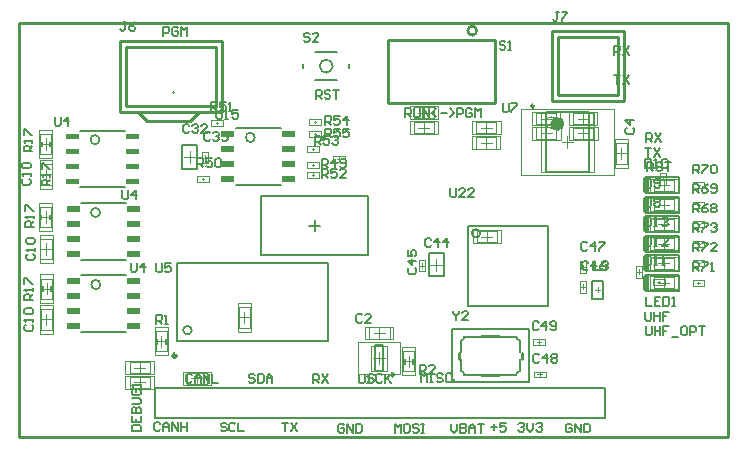
<source format=gto>
G04*
G04 #@! TF.GenerationSoftware,Altium Limited,Altium Designer,18.0.12 (696)*
G04*
G04 Layer_Color=65535*
%FSLAX44Y44*%
%MOMM*%
G71*
G01*
G75*
%ADD10C,0.0000*%
%ADD11C,0.1524*%
%ADD12C,0.2500*%
%ADD13C,0.6000*%
%ADD14C,0.2540*%
%ADD15C,0.2000*%
%ADD16C,0.3000*%
%ADD17C,0.2032*%
%ADD18C,0.5000*%
%ADD19C,0.1270*%
%ADD20C,0.1000*%
%ADD21C,0.0500*%
G36*
X233180Y253840D02*
X222198D01*
Y258759D01*
X233180D01*
Y253840D01*
D02*
G37*
G36*
X182180D02*
X171085D01*
Y258806D01*
X182180D01*
Y253840D01*
D02*
G37*
G36*
X101704Y251804D02*
X90722D01*
Y256723D01*
X101704D01*
Y251804D01*
D02*
G37*
G36*
X50704D02*
X39609D01*
Y256770D01*
X50704D01*
Y251804D01*
D02*
G37*
G36*
X233180Y241140D02*
X222216D01*
Y246056D01*
X233180D01*
Y241140D01*
D02*
G37*
G36*
X182180D02*
X171096D01*
Y246064D01*
X182180D01*
Y241140D01*
D02*
G37*
G36*
X101704Y239104D02*
X90740D01*
Y244020D01*
X101704D01*
Y239104D01*
D02*
G37*
G36*
X50704D02*
X39620D01*
Y244028D01*
X50704D01*
Y239104D01*
D02*
G37*
G36*
X233180Y228440D02*
X222227D01*
Y233331D01*
X233180D01*
Y228440D01*
D02*
G37*
G36*
X182180D02*
X171150D01*
Y233336D01*
X182180D01*
Y228440D01*
D02*
G37*
G36*
X101704Y226404D02*
X90751D01*
Y231295D01*
X101704D01*
Y226404D01*
D02*
G37*
G36*
X50704D02*
X39674D01*
Y231300D01*
X50704D01*
Y226404D01*
D02*
G37*
G36*
X233180Y215740D02*
X222219D01*
Y220607D01*
X233180D01*
Y215740D01*
D02*
G37*
G36*
X182180D02*
X171150D01*
Y220624D01*
X182180D01*
Y215740D01*
D02*
G37*
G36*
X101704Y213704D02*
X90743D01*
Y218571D01*
X101704D01*
Y213704D01*
D02*
G37*
G36*
X50704D02*
X39674D01*
Y218588D01*
X50704D01*
Y213704D01*
D02*
G37*
G36*
X102212Y190336D02*
X91230D01*
Y195255D01*
X102212D01*
Y190336D01*
D02*
G37*
G36*
X51212D02*
X40117D01*
Y195302D01*
X51212D01*
Y190336D01*
D02*
G37*
G36*
X102212Y177636D02*
X91248D01*
Y182552D01*
X102212D01*
Y177636D01*
D02*
G37*
G36*
X51212D02*
X40128D01*
Y182560D01*
X51212D01*
Y177636D01*
D02*
G37*
G36*
X102212Y164936D02*
X91259D01*
Y169827D01*
X102212D01*
Y164936D01*
D02*
G37*
G36*
X51212D02*
X40182D01*
Y169832D01*
X51212D01*
Y164936D01*
D02*
G37*
G36*
X102212Y152236D02*
X91251D01*
Y157103D01*
X102212D01*
Y152236D01*
D02*
G37*
G36*
X51212D02*
X40182D01*
Y157120D01*
X51212D01*
Y152236D01*
D02*
G37*
G36*
X102356Y129204D02*
X91374D01*
Y134123D01*
X102356D01*
Y129204D01*
D02*
G37*
G36*
X51356D02*
X40261D01*
Y134170D01*
X51356D01*
Y129204D01*
D02*
G37*
G36*
X102356Y116504D02*
X91392D01*
Y121420D01*
X102356D01*
Y116504D01*
D02*
G37*
G36*
X51356D02*
X40272D01*
Y121428D01*
X51356D01*
Y116504D01*
D02*
G37*
G36*
X102356Y103804D02*
X91403D01*
Y108695D01*
X102356D01*
Y103804D01*
D02*
G37*
G36*
X51356D02*
X40326D01*
Y108700D01*
X51356D01*
Y103804D01*
D02*
G37*
G36*
X102356Y91104D02*
X91395D01*
Y95971D01*
X102356D01*
Y91104D01*
D02*
G37*
G36*
X51356D02*
X40326D01*
Y95988D01*
X51356D01*
Y91104D01*
D02*
G37*
D10*
X369280Y48080D02*
G03*
X369280Y48080I-1000J0D01*
G01*
D11*
X199453Y253496D02*
G03*
X199453Y253496I-3877J0D01*
G01*
X390180Y172212D02*
G03*
X390180Y172212I-3592J0D01*
G01*
X68629Y128860D02*
G03*
X68629Y128860I-3877J0D01*
G01*
X68485Y189992D02*
G03*
X68485Y189992I-3877J0D01*
G01*
X67977Y251460D02*
G03*
X67977Y251460I-3877J0D01*
G01*
X448020Y110780D02*
Y178780D01*
X380020Y110780D02*
X448020D01*
X380020D02*
Y178780D01*
X448020D01*
D12*
X317046Y52548D02*
G03*
X317046Y52548I-1250J0D01*
G01*
X435852Y280004D02*
G03*
X435852Y280004I-1250J0D01*
G01*
D13*
X458601Y265004D02*
G03*
X458601Y265004I-3000J0D01*
G01*
D14*
X387321Y343916D02*
G03*
X387321Y343916I-3810J0D01*
G01*
X100382Y275136D02*
X108282Y267236D01*
X144282D01*
X372110Y66040D02*
Y71120D01*
X391160Y52070D02*
X406400D01*
X425450Y66040D02*
Y71120D01*
X391160Y85090D02*
X406400D01*
X171270Y275388D02*
Y335332D01*
X84910D02*
X171270D01*
X84910Y275388D02*
Y335332D01*
Y275388D02*
X171270D01*
X450850Y343916D02*
X511810D01*
Y283972D02*
Y343916D01*
X450850Y283972D02*
X511810D01*
X450850D02*
Y343916D01*
X312391Y282956D02*
X403069D01*
X312391Y336296D02*
X403069D01*
Y282956D02*
Y336296D01*
X312391Y282956D02*
Y336296D01*
X144282Y267236D02*
X152282Y275236D01*
X130000Y291900D02*
X130100D01*
X166190Y280468D02*
Y330252D01*
X89990D02*
X166190D01*
X89990Y280468D02*
Y330252D01*
Y280468D02*
X166190D01*
X455930Y338836D02*
X506730D01*
Y289052D02*
Y338836D01*
X455930Y289052D02*
X506730D01*
X455930D02*
Y338836D01*
X0Y0D02*
X600000D01*
X0D02*
Y350000D01*
X600000D01*
Y0D02*
Y350000D01*
D15*
X265342Y313810D02*
G03*
X265342Y313810I-5500J0D01*
G01*
X145963Y90318D02*
G03*
X145963Y90318I-3605J0D01*
G01*
X359310Y143796D02*
Y147796D01*
X346810Y143796D02*
Y147796D01*
X496300Y16150D02*
Y41550D01*
X115300Y16150D02*
Y41550D01*
X134350D01*
X496300D01*
X115300Y16150D02*
X496300D01*
X150522Y234728D02*
Y238728D01*
X138022Y234728D02*
Y238728D01*
X530410Y156750D02*
X558900D01*
Y170250D01*
X530410D02*
X558900D01*
X530410Y140240D02*
X558900D01*
Y153740D01*
X530410D02*
X558900D01*
X530410Y123730D02*
X558900D01*
Y137230D01*
X530410D02*
X558900D01*
X530410Y206280D02*
X558900D01*
Y219780D01*
X530410D02*
X558900D01*
X530410Y189620D02*
X558900D01*
Y203120D01*
X530410D02*
X558900D01*
X530410Y173260D02*
X558900D01*
Y186760D01*
X530410D02*
X558900D01*
X494557Y122460D02*
Y126460D01*
X484557Y122460D02*
Y126460D01*
X326192Y62008D02*
Y66008D01*
X333192Y62008D02*
Y66008D01*
X301546Y55548D02*
X307546D01*
X301546Y77548D02*
X307546D01*
Y55548D02*
Y77548D01*
X301546Y55548D02*
Y77548D01*
X123896Y78867D02*
Y82867D01*
X116896Y78867D02*
Y82867D01*
X445602Y224004D02*
Y275004D01*
X482602Y224004D02*
Y275004D01*
X445602D02*
X482602D01*
X445602Y224004D02*
X482602D01*
X240592Y312310D02*
Y315560D01*
X250342Y302310D02*
X269342D01*
X279092Y312310D02*
Y315560D01*
X250342Y325560D02*
X269342D01*
X25903Y245996D02*
Y249996D01*
X18903Y245996D02*
Y249996D01*
X133358Y81068D02*
Y147568D01*
X261358D01*
Y81068D02*
Y147568D01*
X133358Y81068D02*
X261358D01*
X18698Y184129D02*
Y188129D01*
X25698Y184129D02*
Y188129D01*
X19659Y123476D02*
Y127476D01*
X26659Y123476D02*
Y127476D01*
X121888Y339566D02*
Y347064D01*
X125637D01*
X126886Y345814D01*
Y343315D01*
X125637Y342065D01*
X121888D01*
X134384Y345814D02*
X133134Y347064D01*
X130635D01*
X129386Y345814D01*
Y340816D01*
X130635Y339566D01*
X133134D01*
X134384Y340816D01*
Y343315D01*
X131885D01*
X136883Y339566D02*
Y347064D01*
X139382Y344564D01*
X141882Y347064D01*
Y339566D01*
X399510Y7937D02*
X404508D01*
X402009Y10436D02*
Y5438D01*
X412006Y11686D02*
X407008D01*
Y7937D01*
X409507Y9187D01*
X410756D01*
X412006Y7937D01*
Y5438D01*
X410756Y4188D01*
X408257D01*
X407008Y5438D01*
X503898Y306170D02*
X508896D01*
X506397D01*
Y298672D01*
X511396Y306170D02*
X516394Y298672D01*
Y306170D02*
X511396Y298672D01*
X326794Y270504D02*
Y278002D01*
X330543D01*
X331792Y276752D01*
Y274253D01*
X330543Y273003D01*
X326794D01*
X329293D02*
X331792Y270504D01*
X334292Y278002D02*
Y271754D01*
X335541Y270504D01*
X338040D01*
X339290Y271754D01*
Y278002D01*
X341789Y270504D02*
Y278002D01*
X346788Y270504D01*
Y278002D01*
X353036Y270504D02*
X349287Y274253D01*
X353036Y278002D01*
X356784Y274253D02*
X361783D01*
X364282Y270504D02*
X368031Y274253D01*
X364282Y278002D01*
X370530Y270504D02*
Y278002D01*
X374279D01*
X375528Y276752D01*
Y274253D01*
X374279Y273003D01*
X370530D01*
X383026Y276752D02*
X381776Y278002D01*
X379277D01*
X378028Y276752D01*
Y271754D01*
X379277Y270504D01*
X381776D01*
X383026Y271754D01*
Y274253D01*
X380527D01*
X385525Y270504D02*
Y278002D01*
X388024Y275502D01*
X390524Y278002D01*
Y270504D01*
X503888Y323466D02*
Y330964D01*
X507637D01*
X508886Y329714D01*
Y327215D01*
X507637Y325965D01*
X503888D01*
X506387D02*
X508886Y323466D01*
X511386Y330964D02*
X516384Y323466D01*
Y330964D02*
X511386Y323466D01*
X250920Y286280D02*
Y293778D01*
X254669D01*
X255918Y292528D01*
Y290029D01*
X254669Y288779D01*
X250920D01*
X253419D02*
X255918Y286280D01*
X263416Y292528D02*
X262166Y293778D01*
X259667D01*
X258418Y292528D01*
Y291278D01*
X259667Y290029D01*
X262166D01*
X263416Y288779D01*
Y287530D01*
X262166Y286280D01*
X259667D01*
X258418Y287530D01*
X265915Y293778D02*
X270914D01*
X268414D01*
Y286280D01*
X11176Y241566D02*
X3678D01*
Y245315D01*
X4928Y246564D01*
X7427D01*
X8677Y245315D01*
Y241566D01*
Y244065D02*
X11176Y246564D01*
Y249064D02*
Y251563D01*
Y250313D01*
X3678D01*
X4928Y249064D01*
X3678Y255312D02*
Y260310D01*
X4928D01*
X9926Y255312D01*
X11176D01*
X299892Y51997D02*
X298643Y53247D01*
X296144D01*
X294894Y51997D01*
Y50748D01*
X296144Y49498D01*
X298643D01*
X299892Y48249D01*
Y46999D01*
X298643Y45750D01*
X296144D01*
X294894Y46999D01*
X307390Y51997D02*
X306140Y53247D01*
X303641D01*
X302392Y51997D01*
Y46999D01*
X303641Y45750D01*
X306140D01*
X307390Y46999D01*
X309889Y53247D02*
Y45750D01*
Y48249D01*
X314888Y53247D01*
X311139Y49498D01*
X314888Y45750D01*
X119333Y11217D02*
X118083Y12466D01*
X115584D01*
X114334Y11217D01*
Y6218D01*
X115584Y4969D01*
X118083D01*
X119333Y6218D01*
X121832Y4969D02*
Y9967D01*
X124331Y12466D01*
X126830Y9967D01*
Y4969D01*
Y8717D01*
X121832D01*
X129329Y4969D02*
Y12466D01*
X134328Y4969D01*
Y12466D01*
X136827D02*
Y4969D01*
Y8717D01*
X141825D01*
Y12466D01*
Y4969D01*
X145968Y52002D02*
X144719Y53251D01*
X142220D01*
X140970Y52002D01*
Y47003D01*
X142220Y45754D01*
X144719D01*
X145968Y47003D01*
X148468Y45754D02*
Y50752D01*
X150967Y53251D01*
X153466Y50752D01*
Y45754D01*
Y49503D01*
X148468D01*
X155965Y45754D02*
Y53251D01*
X160964Y45754D01*
Y53251D01*
X163463D02*
Y45754D01*
X168461D01*
X222758Y12078D02*
X227756D01*
X225257D01*
Y4580D01*
X230256Y12078D02*
X235254Y4580D01*
Y12078D02*
X230256Y4580D01*
X199308Y52004D02*
X198059Y53253D01*
X195560D01*
X194310Y52004D01*
Y50754D01*
X195560Y49505D01*
X198059D01*
X199308Y48255D01*
Y47006D01*
X198059Y45756D01*
X195560D01*
X194310Y47006D01*
X201808Y53253D02*
Y45756D01*
X205556D01*
X206806Y47006D01*
Y52004D01*
X205556Y53253D01*
X201808D01*
X209305Y45756D02*
Y50754D01*
X211804Y53253D01*
X214304Y50754D01*
Y45756D01*
Y49505D01*
X209305D01*
X422656Y10509D02*
X423906Y11759D01*
X426405D01*
X427654Y10509D01*
Y9259D01*
X426405Y8010D01*
X425155D01*
X426405D01*
X427654Y6760D01*
Y5511D01*
X426405Y4261D01*
X423906D01*
X422656Y5511D01*
X430154Y11759D02*
Y6760D01*
X432653Y4261D01*
X435152Y6760D01*
Y11759D01*
X437651Y10509D02*
X438901Y11759D01*
X441400D01*
X442650Y10509D01*
Y9259D01*
X441400Y8010D01*
X440150D01*
X441400D01*
X442650Y6760D01*
Y5511D01*
X441400Y4261D01*
X438901D01*
X437651Y5511D01*
X175432Y10856D02*
X174183Y12106D01*
X171684D01*
X170434Y10856D01*
Y9607D01*
X171684Y8357D01*
X174183D01*
X175432Y7107D01*
Y5858D01*
X174183Y4608D01*
X171684D01*
X170434Y5858D01*
X182930Y10856D02*
X181680Y12106D01*
X179181D01*
X177932Y10856D01*
Y5858D01*
X179181Y4608D01*
X181680D01*
X182930Y5858D01*
X185429Y12106D02*
Y4608D01*
X190428D01*
X248666Y45502D02*
Y52999D01*
X252415D01*
X253664Y51750D01*
Y49251D01*
X252415Y48001D01*
X248666D01*
X251165D02*
X253664Y45502D01*
X256164Y52999D02*
X261162Y45502D01*
Y52999D02*
X256164Y45502D01*
X318008Y3545D02*
Y11042D01*
X320507Y8543D01*
X323006Y11042D01*
Y3545D01*
X329254Y11042D02*
X326755D01*
X325506Y9793D01*
Y4795D01*
X326755Y3545D01*
X329254D01*
X330504Y4795D01*
Y9793D01*
X329254Y11042D01*
X338002Y9793D02*
X336752Y11042D01*
X334253D01*
X333003Y9793D01*
Y8543D01*
X334253Y7294D01*
X336752D01*
X338002Y6044D01*
Y4795D01*
X336752Y3545D01*
X334253D01*
X333003Y4795D01*
X340501Y11042D02*
X343000D01*
X341750D01*
Y3545D01*
X340501D01*
X343000D01*
X339852Y46231D02*
Y53729D01*
X342351Y51230D01*
X344850Y53729D01*
Y46231D01*
X347350Y53729D02*
X349849D01*
X348599D01*
Y46231D01*
X347350D01*
X349849D01*
X358596Y52479D02*
X357346Y53729D01*
X354847D01*
X353598Y52479D01*
Y51230D01*
X354847Y49980D01*
X357346D01*
X358596Y48731D01*
Y47481D01*
X357346Y46231D01*
X354847D01*
X353598Y47481D01*
X364844Y53729D02*
X362345D01*
X361095Y52479D01*
Y47481D01*
X362345Y46231D01*
X364844D01*
X366094Y47481D01*
Y52479D01*
X364844Y53729D01*
X275000Y9840D02*
X273751Y11089D01*
X271252D01*
X270002Y9840D01*
Y4841D01*
X271252Y3592D01*
X273751D01*
X275000Y4841D01*
Y7340D01*
X272501D01*
X277500Y3592D02*
Y11089D01*
X282498Y3592D01*
Y11089D01*
X284997D02*
Y3592D01*
X288746D01*
X289996Y4841D01*
Y9840D01*
X288746Y11089D01*
X284997D01*
X365760Y10956D02*
Y5957D01*
X368259Y3458D01*
X370758Y5957D01*
Y10956D01*
X373258D02*
Y3458D01*
X377006D01*
X378256Y4708D01*
Y5957D01*
X377006Y7207D01*
X373258D01*
X377006D01*
X378256Y8457D01*
Y9706D01*
X377006Y10956D01*
X373258D01*
X380755Y3458D02*
Y8457D01*
X383254Y10956D01*
X385754Y8457D01*
Y3458D01*
Y7207D01*
X380755D01*
X388253Y10956D02*
X393251D01*
X390752D01*
Y3458D01*
X467786Y10002D02*
X466537Y11252D01*
X464038D01*
X462788Y10002D01*
Y5004D01*
X464038Y3755D01*
X466537D01*
X467786Y5004D01*
Y7503D01*
X465287D01*
X470286Y3755D02*
Y11252D01*
X475284Y3755D01*
Y11252D01*
X477783D02*
Y3755D01*
X481532D01*
X482782Y5004D01*
Y10002D01*
X481532Y11252D01*
X477783D01*
X530098Y105796D02*
Y99548D01*
X531348Y98298D01*
X533847D01*
X535096Y99548D01*
Y105796D01*
X537596D02*
Y98298D01*
Y102047D01*
X542594D01*
Y105796D01*
Y98298D01*
X550092Y105796D02*
X545093D01*
Y102047D01*
X547592D01*
X545093D01*
Y98298D01*
X530352Y93604D02*
Y87356D01*
X531602Y86106D01*
X534101D01*
X535350Y87356D01*
Y93604D01*
X537850D02*
Y86106D01*
Y89855D01*
X542848D01*
Y93604D01*
Y86106D01*
X550346Y93604D02*
X545347D01*
Y89855D01*
X547846D01*
X545347D01*
Y86106D01*
X552845Y84856D02*
X557843D01*
X564091Y93604D02*
X561592D01*
X560342Y92354D01*
Y87356D01*
X561592Y86106D01*
X564091D01*
X565341Y87356D01*
Y92354D01*
X564091Y93604D01*
X567840Y86106D02*
Y93604D01*
X571589D01*
X572838Y92354D01*
Y89855D01*
X571589Y88605D01*
X567840D01*
X575338Y93604D02*
X580336D01*
X577837D01*
Y86106D01*
X530352Y118496D02*
Y110998D01*
X535350D01*
X542848Y118496D02*
X537850D01*
Y110998D01*
X542848D01*
X537850Y114747D02*
X540349D01*
X545347Y118496D02*
Y110998D01*
X549096D01*
X550346Y112248D01*
Y117246D01*
X549096Y118496D01*
X545347D01*
X552845Y110998D02*
X555344D01*
X554094D01*
Y118496D01*
X552845Y117246D01*
X530840Y249428D02*
Y256926D01*
X534589D01*
X535838Y255676D01*
Y253177D01*
X534589Y251927D01*
X530840D01*
X533339D02*
X535838Y249428D01*
X538338Y256926D02*
X543336Y249428D01*
Y256926D02*
X538338Y249428D01*
X530098Y244480D02*
X535096D01*
X532597D01*
Y236982D01*
X537596Y244480D02*
X542594Y236982D01*
Y244480D02*
X537596Y236982D01*
X531622Y224790D02*
Y232288D01*
X535371D01*
X536620Y231038D01*
Y228539D01*
X535371Y227289D01*
X531622D01*
X534121D02*
X536620Y224790D01*
X544118Y231038D02*
X542868Y232288D01*
X540369D01*
X539120Y231038D01*
Y229788D01*
X540369Y228539D01*
X542868D01*
X544118Y227289D01*
Y226040D01*
X542868Y224790D01*
X540369D01*
X539120Y226040D01*
X546617Y232288D02*
X551616D01*
X549116D01*
Y224790D01*
X95420Y5080D02*
X102918D01*
Y8829D01*
X101668Y10078D01*
X96670D01*
X95420Y8829D01*
Y5080D01*
Y17576D02*
Y12578D01*
X102918D01*
Y17576D01*
X99169Y12578D02*
Y15077D01*
X95420Y20075D02*
X102918D01*
Y23824D01*
X101668Y25074D01*
X100419D01*
X99169Y23824D01*
Y20075D01*
Y23824D01*
X97920Y25074D01*
X96670D01*
X95420Y23824D01*
Y20075D01*
Y27573D02*
X101668D01*
X102918Y28822D01*
Y31322D01*
X101668Y32571D01*
X95420D01*
X96670Y40069D02*
X95420Y38819D01*
Y36320D01*
X96670Y35070D01*
X101668D01*
X102918Y36320D01*
Y38819D01*
X101668Y40069D01*
X99169D01*
Y37570D01*
X102918Y42568D02*
Y45067D01*
Y43818D01*
X95420D01*
X96670Y42568D01*
X367538Y106304D02*
Y105054D01*
X370037Y102555D01*
X372536Y105054D01*
Y106304D01*
X370037Y102555D02*
Y98806D01*
X380034D02*
X375036D01*
X380034Y103804D01*
Y105054D01*
X378784Y106304D01*
X376285D01*
X375036Y105054D01*
X364998Y210444D02*
Y204196D01*
X366248Y202946D01*
X368747D01*
X369996Y204196D01*
Y210444D01*
X377494Y202946D02*
X372496D01*
X377494Y207944D01*
Y209194D01*
X376244Y210444D01*
X373745D01*
X372496Y209194D01*
X384992Y202946D02*
X379993D01*
X384992Y207944D01*
Y209194D01*
X383742Y210444D01*
X381243D01*
X379993Y209194D01*
X166624Y276738D02*
Y270490D01*
X167874Y269240D01*
X170373D01*
X171622Y270490D01*
Y276738D01*
X174122Y269240D02*
X176621D01*
X175371D01*
Y276738D01*
X174122Y275488D01*
X185368Y276738D02*
X180370D01*
Y272989D01*
X182869Y274238D01*
X184118D01*
X185368Y272989D01*
Y270490D01*
X184118Y269240D01*
X181619D01*
X180370Y270490D01*
X570484Y173482D02*
Y180980D01*
X574233D01*
X575482Y179730D01*
Y177231D01*
X574233Y175981D01*
X570484D01*
X572983D02*
X575482Y173482D01*
X577982Y180980D02*
X582980D01*
Y179730D01*
X577982Y174732D01*
Y173482D01*
X585479Y179730D02*
X586729Y180980D01*
X589228D01*
X590478Y179730D01*
Y178480D01*
X589228Y177231D01*
X587978D01*
X589228D01*
X590478Y175981D01*
Y174732D01*
X589228Y173482D01*
X586729D01*
X585479Y174732D01*
X570484Y156972D02*
Y164470D01*
X574233D01*
X575482Y163220D01*
Y160721D01*
X574233Y159471D01*
X570484D01*
X572983D02*
X575482Y156972D01*
X577982Y164470D02*
X582980D01*
Y163220D01*
X577982Y158222D01*
Y156972D01*
X590478D02*
X585479D01*
X590478Y161970D01*
Y163220D01*
X589228Y164470D01*
X586729D01*
X585479Y163220D01*
X570484Y140462D02*
Y147960D01*
X574233D01*
X575482Y146710D01*
Y144211D01*
X574233Y142961D01*
X570484D01*
X572983D02*
X575482Y140462D01*
X577982Y147960D02*
X582980D01*
Y146710D01*
X577982Y141712D01*
Y140462D01*
X585479D02*
X587978D01*
X586729D01*
Y147960D01*
X585479Y146710D01*
X570484Y223012D02*
Y230510D01*
X574233D01*
X575482Y229260D01*
Y226761D01*
X574233Y225511D01*
X570484D01*
X572983D02*
X575482Y223012D01*
X577982Y230510D02*
X582980D01*
Y229260D01*
X577982Y224262D01*
Y223012D01*
X585479Y229260D02*
X586729Y230510D01*
X589228D01*
X590478Y229260D01*
Y224262D01*
X589228Y223012D01*
X586729D01*
X585479Y224262D01*
Y229260D01*
X570484Y206502D02*
Y214000D01*
X574233D01*
X575482Y212750D01*
Y210251D01*
X574233Y209001D01*
X570484D01*
X572983D02*
X575482Y206502D01*
X582980Y214000D02*
X580481Y212750D01*
X577982Y210251D01*
Y207752D01*
X579231Y206502D01*
X581730D01*
X582980Y207752D01*
Y209001D01*
X581730Y210251D01*
X577982D01*
X585479Y207752D02*
X586729Y206502D01*
X589228D01*
X590478Y207752D01*
Y212750D01*
X589228Y214000D01*
X586729D01*
X585479Y212750D01*
Y211500D01*
X586729Y210251D01*
X590478D01*
X570484Y189992D02*
Y197490D01*
X574233D01*
X575482Y196240D01*
Y193741D01*
X574233Y192491D01*
X570484D01*
X572983D02*
X575482Y189992D01*
X582980Y197490D02*
X580481Y196240D01*
X577982Y193741D01*
Y191242D01*
X579231Y189992D01*
X581730D01*
X582980Y191242D01*
Y192491D01*
X581730Y193741D01*
X577982D01*
X585479Y196240D02*
X586729Y197490D01*
X589228D01*
X590478Y196240D01*
Y194990D01*
X589228Y193741D01*
X590478Y192491D01*
Y191242D01*
X589228Y189992D01*
X586729D01*
X585479Y191242D01*
Y192491D01*
X586729Y193741D01*
X585479Y194990D01*
Y196240D01*
X586729Y193741D02*
X589228D01*
X258940Y253496D02*
Y260994D01*
X262689D01*
X263938Y259744D01*
Y257245D01*
X262689Y255995D01*
X258940D01*
X261439D02*
X263938Y253496D01*
X271436Y260994D02*
X266437D01*
Y257245D01*
X268937Y258494D01*
X270186D01*
X271436Y257245D01*
Y254746D01*
X270186Y253496D01*
X267687D01*
X266437Y254746D01*
X278934Y260994D02*
X273935D01*
Y257245D01*
X276434Y258494D01*
X277684D01*
X278934Y257245D01*
Y254746D01*
X277684Y253496D01*
X275185D01*
X273935Y254746D01*
X258940Y264160D02*
Y271658D01*
X262689D01*
X263938Y270408D01*
Y267909D01*
X262689Y266659D01*
X258940D01*
X261439D02*
X263938Y264160D01*
X271436Y271658D02*
X266437D01*
Y267909D01*
X268937Y269158D01*
X270186D01*
X271436Y267909D01*
Y265410D01*
X270186Y264160D01*
X267687D01*
X266437Y265410D01*
X277684Y264160D02*
Y271658D01*
X273935Y267909D01*
X278934D01*
X250056Y247396D02*
Y254894D01*
X253805D01*
X255054Y253644D01*
Y251145D01*
X253805Y249895D01*
X250056D01*
X252555D02*
X255054Y247396D01*
X262552Y254894D02*
X257554D01*
Y251145D01*
X260053Y252394D01*
X261302D01*
X262552Y251145D01*
Y248646D01*
X261302Y247396D01*
X258803D01*
X257554Y248646D01*
X265051Y253644D02*
X266301Y254894D01*
X268800D01*
X270050Y253644D01*
Y252394D01*
X268800Y251145D01*
X267550D01*
X268800D01*
X270050Y249895D01*
Y248646D01*
X268800Y247396D01*
X266301D01*
X265051Y248646D01*
X256286Y219456D02*
Y226954D01*
X260035D01*
X261284Y225704D01*
Y223205D01*
X260035Y221955D01*
X256286D01*
X258785D02*
X261284Y219456D01*
X268782Y226954D02*
X263784D01*
Y223205D01*
X266283Y224454D01*
X267532D01*
X268782Y223205D01*
Y220706D01*
X267532Y219456D01*
X265033D01*
X263784Y220706D01*
X276280Y219456D02*
X271281D01*
X276280Y224454D01*
Y225704D01*
X275030Y226954D01*
X272531D01*
X271281Y225704D01*
X162560Y275590D02*
Y283088D01*
X166309D01*
X167558Y281838D01*
Y279339D01*
X166309Y278089D01*
X162560D01*
X165059D02*
X167558Y275590D01*
X175056Y283088D02*
X170058D01*
Y279339D01*
X172557Y280588D01*
X173806D01*
X175056Y279339D01*
Y276840D01*
X173806Y275590D01*
X171307D01*
X170058Y276840D01*
X177555Y275590D02*
X180054D01*
X178805D01*
Y283088D01*
X177555Y281838D01*
X150876Y228346D02*
Y235844D01*
X154625D01*
X155874Y234594D01*
Y232095D01*
X154625Y230845D01*
X150876D01*
X153375D02*
X155874Y228346D01*
X163372Y235844D02*
X158374D01*
Y232095D01*
X160873Y233344D01*
X162122D01*
X163372Y232095D01*
Y229596D01*
X162122Y228346D01*
X159623D01*
X158374Y229596D01*
X165871Y234594D02*
X167121Y235844D01*
X169620D01*
X170870Y234594D01*
Y229596D01*
X169620Y228346D01*
X167121D01*
X165871Y229596D01*
Y234594D01*
X256286Y227838D02*
Y235336D01*
X260035D01*
X261284Y234086D01*
Y231587D01*
X260035Y230337D01*
X256286D01*
X258785D02*
X261284Y227838D01*
X267532D02*
Y235336D01*
X263784Y231587D01*
X268782D01*
X271281Y229088D02*
X272531Y227838D01*
X275030D01*
X276280Y229088D01*
Y234086D01*
X275030Y235336D01*
X272531D01*
X271281Y234086D01*
Y232836D01*
X272531Y231587D01*
X276280D01*
X485648Y148976D02*
Y141478D01*
X490646D01*
X493146Y147726D02*
X494395Y148976D01*
X496894D01*
X498144Y147726D01*
Y146476D01*
X496894Y145227D01*
X495645D01*
X496894D01*
X498144Y143977D01*
Y142728D01*
X496894Y141478D01*
X494395D01*
X493146Y142728D01*
X456610Y359796D02*
X454111D01*
X455361D01*
Y353548D01*
X454111Y352298D01*
X452862D01*
X451612Y353548D01*
X459110Y359796D02*
X464108D01*
Y358546D01*
X459110Y353548D01*
Y352298D01*
X90596Y351160D02*
X88097D01*
X89347D01*
Y344912D01*
X88097Y343662D01*
X86848D01*
X85598Y344912D01*
X98094Y351160D02*
X95595Y349910D01*
X93096Y347411D01*
Y344912D01*
X94345Y343662D01*
X96844D01*
X98094Y344912D01*
Y346161D01*
X96844Y347411D01*
X93096D01*
X530098Y185806D02*
Y178308D01*
X533847D01*
X535096Y179558D01*
Y184556D01*
X533847Y185806D01*
X530098D01*
X537596Y178308D02*
X540095D01*
X538845D01*
Y185806D01*
X537596Y184556D01*
X543844D02*
X545093Y185806D01*
X547592D01*
X548842Y184556D01*
Y183306D01*
X547592Y182057D01*
X546343D01*
X547592D01*
X548842Y180807D01*
Y179558D01*
X547592Y178308D01*
X545093D01*
X543844Y179558D01*
X530098Y169296D02*
Y161798D01*
X533847D01*
X535096Y163048D01*
Y168046D01*
X533847Y169296D01*
X530098D01*
X537596Y161798D02*
X540095D01*
X538845D01*
Y169296D01*
X537596Y168046D01*
X548842Y161798D02*
X543844D01*
X548842Y166796D01*
Y168046D01*
X547592Y169296D01*
X545093D01*
X543844Y168046D01*
X530098Y152786D02*
Y145288D01*
X533847D01*
X535096Y146538D01*
Y151536D01*
X533847Y152786D01*
X530098D01*
X537596Y145288D02*
X540095D01*
X538845D01*
Y152786D01*
X537596Y151536D01*
X543844Y145288D02*
X546343D01*
X545093D01*
Y152786D01*
X543844Y151536D01*
X530098Y235336D02*
Y227838D01*
X533847D01*
X535096Y229088D01*
Y234086D01*
X533847Y235336D01*
X530098D01*
X537596Y227838D02*
X540095D01*
X538845D01*
Y235336D01*
X537596Y234086D01*
X543844D02*
X545093Y235336D01*
X547592D01*
X548842Y234086D01*
Y229088D01*
X547592Y227838D01*
X545093D01*
X543844Y229088D01*
Y234086D01*
X530098Y218572D02*
Y211074D01*
X533847D01*
X535096Y212324D01*
Y217322D01*
X533847Y218572D01*
X530098D01*
X537596Y212324D02*
X538845Y211074D01*
X541344D01*
X542594Y212324D01*
Y217322D01*
X541344Y218572D01*
X538845D01*
X537596Y217322D01*
Y216072D01*
X538845Y214823D01*
X542594D01*
X530098Y202316D02*
Y194818D01*
X533847D01*
X535096Y196068D01*
Y201066D01*
X533847Y202316D01*
X530098D01*
X537596Y201066D02*
X538845Y202316D01*
X541344D01*
X542594Y201066D01*
Y199816D01*
X541344Y198567D01*
X542594Y197317D01*
Y196068D01*
X541344Y194818D01*
X538845D01*
X537596Y196068D01*
Y197317D01*
X538845Y198567D01*
X537596Y199816D01*
Y201066D01*
X538845Y198567D02*
X541344D01*
X439592Y96418D02*
X438343Y97668D01*
X435844D01*
X434594Y96418D01*
Y91420D01*
X435844Y90170D01*
X438343D01*
X439592Y91420D01*
X445840Y90170D02*
Y97668D01*
X442092Y93919D01*
X447090D01*
X449589Y91420D02*
X450839Y90170D01*
X453338D01*
X454588Y91420D01*
Y96418D01*
X453338Y97668D01*
X450839D01*
X449589Y96418D01*
Y95168D01*
X450839Y93919D01*
X454588D01*
X440354Y68986D02*
X439105Y70236D01*
X436606D01*
X435356Y68986D01*
Y63988D01*
X436606Y62738D01*
X439105D01*
X440354Y63988D01*
X446602Y62738D02*
Y70236D01*
X442854Y66487D01*
X447852D01*
X450351Y68986D02*
X451601Y70236D01*
X454100D01*
X455350Y68986D01*
Y67736D01*
X454100Y66487D01*
X455350Y65237D01*
Y63988D01*
X454100Y62738D01*
X451601D01*
X450351Y63988D01*
Y65237D01*
X451601Y66487D01*
X450351Y67736D01*
Y68986D01*
X451601Y66487D02*
X454100D01*
X480994Y163982D02*
X479745Y165232D01*
X477246D01*
X475996Y163982D01*
Y158984D01*
X477246Y157734D01*
X479745D01*
X480994Y158984D01*
X487242Y157734D02*
Y165232D01*
X483494Y161483D01*
X488492D01*
X490991Y165232D02*
X495990D01*
Y163982D01*
X490991Y158984D01*
Y157734D01*
X481502Y147472D02*
X480253Y148722D01*
X477754D01*
X476504Y147472D01*
Y142474D01*
X477754Y141224D01*
X480253D01*
X481502Y142474D01*
X487750Y141224D02*
Y148722D01*
X484002Y144973D01*
X489000D01*
X496498Y148722D02*
X493998Y147472D01*
X491499Y144973D01*
Y142474D01*
X492749Y141224D01*
X495248D01*
X496498Y142474D01*
Y143723D01*
X495248Y144973D01*
X491499D01*
X330048Y142920D02*
X328798Y141671D01*
Y139172D01*
X330048Y137922D01*
X335046D01*
X336296Y139172D01*
Y141671D01*
X335046Y142920D01*
X336296Y149168D02*
X328798D01*
X332547Y145420D01*
Y150418D01*
X328798Y157916D02*
Y152917D01*
X332547D01*
X331298Y155416D01*
Y156666D01*
X332547Y157916D01*
X335046D01*
X336296Y156666D01*
Y154167D01*
X335046Y152917D01*
X348660Y167030D02*
X347411Y168280D01*
X344912D01*
X343662Y167030D01*
Y162032D01*
X344912Y160782D01*
X347411D01*
X348660Y162032D01*
X354908Y160782D02*
Y168280D01*
X351160Y164531D01*
X356158D01*
X362406Y160782D02*
Y168280D01*
X358657Y164531D01*
X363656D01*
X161462Y256946D02*
X160213Y258196D01*
X157714D01*
X156464Y256946D01*
Y251948D01*
X157714Y250698D01*
X160213D01*
X161462Y251948D01*
X163962Y256946D02*
X165211Y258196D01*
X167710D01*
X168960Y256946D01*
Y255696D01*
X167710Y254447D01*
X166461D01*
X167710D01*
X168960Y253197D01*
Y251948D01*
X167710Y250698D01*
X165211D01*
X163962Y251948D01*
X171459Y256946D02*
X172709Y258196D01*
X175208D01*
X176458Y256946D01*
Y255696D01*
X175208Y254447D01*
X173958D01*
X175208D01*
X176458Y253197D01*
Y251948D01*
X175208Y250698D01*
X172709D01*
X171459Y251948D01*
X143936Y263550D02*
X142687Y264800D01*
X140188D01*
X138938Y263550D01*
Y258552D01*
X140188Y257302D01*
X142687D01*
X143936Y258552D01*
X146436Y263550D02*
X147685Y264800D01*
X150184D01*
X151434Y263550D01*
Y262300D01*
X150184Y261051D01*
X148935D01*
X150184D01*
X151434Y259801D01*
Y258552D01*
X150184Y257302D01*
X147685D01*
X146436Y258552D01*
X158932Y257302D02*
X153933D01*
X158932Y262300D01*
Y263550D01*
X157682Y264800D01*
X155183D01*
X153933Y263550D01*
X514452Y261630D02*
X513202Y260381D01*
Y257882D01*
X514452Y256632D01*
X519450D01*
X520700Y257882D01*
Y260381D01*
X519450Y261630D01*
X520700Y267878D02*
X513202D01*
X516951Y264130D01*
Y269128D01*
X94488Y147198D02*
Y140950D01*
X95738Y139700D01*
X98237D01*
X99486Y140950D01*
Y147198D01*
X105734Y139700D02*
Y147198D01*
X101986Y143449D01*
X106984D01*
X3404Y218444D02*
X2154Y217195D01*
Y214696D01*
X3404Y213446D01*
X8402D01*
X9652Y214696D01*
Y217195D01*
X8402Y218444D01*
X9652Y220944D02*
Y223443D01*
Y222193D01*
X2154D01*
X3404Y220944D01*
Y227192D02*
X2154Y228441D01*
Y230940D01*
X3404Y232190D01*
X8402D01*
X9652Y230940D01*
Y228441D01*
X8402Y227192D01*
X3404D01*
X411624Y334075D02*
X410374Y335324D01*
X407875D01*
X406625Y334075D01*
Y332825D01*
X407875Y331575D01*
X410374D01*
X411624Y330326D01*
Y329076D01*
X410374Y327826D01*
X407875D01*
X406625Y329076D01*
X414123Y327826D02*
X416622D01*
X415373D01*
Y335324D01*
X414123Y334075D01*
X287274Y52710D02*
Y46462D01*
X288524Y45212D01*
X291023D01*
X292272Y46462D01*
Y52710D01*
X294772Y45212D02*
X297271D01*
X296021D01*
Y52710D01*
X294772Y51460D01*
X339090Y53340D02*
Y60838D01*
X342839D01*
X344088Y59588D01*
Y57089D01*
X342839Y55839D01*
X339090D01*
X341589D02*
X344088Y53340D01*
X351586D02*
X346588D01*
X351586Y58338D01*
Y59588D01*
X350336Y60838D01*
X347837D01*
X346588Y59588D01*
X115824Y95758D02*
Y103256D01*
X119573D01*
X120822Y102006D01*
Y99507D01*
X119573Y98257D01*
X115824D01*
X118323D02*
X120822Y95758D01*
X123322D02*
X125821D01*
X124571D01*
Y103256D01*
X123322Y102006D01*
X290240Y103022D02*
X288991Y104272D01*
X286492D01*
X285242Y103022D01*
Y98024D01*
X286492Y96774D01*
X288991D01*
X290240Y98024D01*
X297738Y96774D02*
X292740D01*
X297738Y101772D01*
Y103022D01*
X296488Y104272D01*
X293989D01*
X292740Y103022D01*
X26361Y212848D02*
X18864D01*
Y216597D01*
X20113Y217846D01*
X22612D01*
X23862Y216597D01*
Y212848D01*
Y215347D02*
X26361Y217846D01*
Y220346D02*
Y222845D01*
Y221595D01*
X18864D01*
X20113Y220346D01*
X18864Y226594D02*
Y231592D01*
X20113D01*
X25112Y226594D01*
X26361D01*
X115824Y146962D02*
Y140714D01*
X117074Y139464D01*
X119573D01*
X120822Y140714D01*
Y146962D01*
X128320D02*
X123322D01*
Y143213D01*
X125821Y144462D01*
X127070D01*
X128320Y143213D01*
Y140714D01*
X127070Y139464D01*
X124571D01*
X123322Y140714D01*
X409194Y282492D02*
Y276244D01*
X410444Y274994D01*
X412943D01*
X414192Y276244D01*
Y282492D01*
X416692D02*
X421690D01*
Y281242D01*
X416692Y276244D01*
Y274994D01*
X87300Y208742D02*
Y202494D01*
X88550Y201244D01*
X91049D01*
X92298Y202494D01*
Y208742D01*
X98546Y201244D02*
Y208742D01*
X94798Y204993D01*
X99796D01*
X29972Y270896D02*
Y264648D01*
X31222Y263398D01*
X33721D01*
X34970Y264648D01*
Y270896D01*
X41218Y263398D02*
Y270896D01*
X37470Y267147D01*
X42468D01*
X11684Y115824D02*
X4186D01*
Y119573D01*
X5436Y120822D01*
X7935D01*
X9185Y119573D01*
Y115824D01*
Y118323D02*
X11684Y120822D01*
Y123322D02*
Y125821D01*
Y124571D01*
X4186D01*
X5436Y123322D01*
X4186Y129570D02*
Y134568D01*
X5436D01*
X10434Y129570D01*
X11684D01*
X12700Y177358D02*
X5202D01*
Y181107D01*
X6452Y182356D01*
X8951D01*
X10201Y181107D01*
Y177358D01*
Y179857D02*
X12700Y182356D01*
Y184856D02*
Y187355D01*
Y186105D01*
X5202D01*
X6452Y184856D01*
X5202Y191104D02*
Y196102D01*
X6452D01*
X11450Y191104D01*
X12700D01*
X5436Y94914D02*
X4186Y93665D01*
Y91166D01*
X5436Y89916D01*
X10434D01*
X11684Y91166D01*
Y93665D01*
X10434Y94914D01*
X11684Y97414D02*
Y99913D01*
Y98663D01*
X4186D01*
X5436Y97414D01*
Y103662D02*
X4186Y104911D01*
Y107410D01*
X5436Y108660D01*
X10434D01*
X11684Y107410D01*
Y104911D01*
X10434Y103662D01*
X5436D01*
X6960Y154734D02*
X5710Y153485D01*
Y150986D01*
X6960Y149736D01*
X11958D01*
X13208Y150986D01*
Y153485D01*
X11958Y154734D01*
X13208Y157234D02*
Y159733D01*
Y158483D01*
X5710D01*
X6960Y157234D01*
Y163482D02*
X5710Y164731D01*
Y167230D01*
X6960Y168480D01*
X11958D01*
X13208Y167230D01*
Y164731D01*
X11958Y163482D01*
X6960D01*
X245790Y340766D02*
X244541Y342016D01*
X242042D01*
X240792Y340766D01*
Y339516D01*
X242042Y338267D01*
X244541D01*
X245790Y337017D01*
Y335768D01*
X244541Y334518D01*
X242042D01*
X240792Y335768D01*
X253288Y334518D02*
X248290D01*
X253288Y339516D01*
Y340766D01*
X252038Y342016D01*
X249539D01*
X248290Y340766D01*
X346810Y135796D02*
X359310D01*
Y155796D01*
X346810D02*
X359310D01*
X346810Y135796D02*
Y155796D01*
X205000Y153900D02*
X225000D01*
X205000D02*
Y203900D01*
X295000D01*
Y153900D02*
Y203900D01*
X225000Y153900D02*
X295000D01*
X150522Y226728D02*
Y246728D01*
X138022Y226728D02*
X150522D01*
X138022D02*
Y246728D01*
X150522D01*
X485307Y116710D02*
X493807D01*
Y132210D01*
X485307D02*
X493807D01*
X485307Y116710D02*
Y132210D01*
X250000Y173900D02*
Y183900D01*
Y178900D02*
Y183900D01*
X245000Y178900D02*
X250000D01*
X245000D02*
X255000D01*
D16*
X132818Y68598D02*
G03*
X132818Y68598I-1500J0D01*
G01*
D17*
X188180Y213240D02*
X221180D01*
X183180D02*
X188180D01*
Y261240D02*
X221180D01*
X183180D02*
X188180D01*
X52356Y136604D02*
X57356D01*
X90356D01*
X52356Y88604D02*
X57356D01*
X90356D01*
X57212Y149736D02*
X90212D01*
X52212D02*
X57212D01*
Y197736D02*
X90212D01*
X52212D02*
X57212D01*
X56704Y211204D02*
X89704D01*
X51704D02*
X56704D01*
Y259204D02*
X89704D01*
X51704D02*
X56704D01*
D18*
X530660Y158230D02*
Y168730D01*
Y141720D02*
Y152220D01*
Y125210D02*
Y135710D01*
Y207760D02*
Y218260D01*
Y191100D02*
Y201600D01*
Y174740D02*
Y185240D01*
D19*
X423780Y55580D02*
G03*
X420780Y52580I0J-3000D01*
G01*
X376780D02*
G03*
X373780Y55580I-3000J0D01*
G01*
X420780Y84580D02*
G03*
X423780Y81580I3000J0D01*
G01*
X373780D02*
G03*
X376780Y84580I0J3000D01*
G01*
X366280Y46080D02*
Y91080D01*
X431280D01*
Y46080D02*
Y91080D01*
X366280Y46080D02*
X431280D01*
X423780Y55580D02*
Y65580D01*
X406780Y52580D02*
X420780D01*
X376780D02*
X390780D01*
X373780Y55580D02*
Y65580D01*
X423780Y71580D02*
Y81580D01*
X406780Y84580D02*
X420780D01*
X376780D02*
X390780D01*
X373780Y71580D02*
Y81580D01*
D20*
X455602Y266004D02*
G03*
X455602Y266004I-5000J0D01*
G01*
X338368Y140034D02*
X343368D01*
Y150034D01*
X338368D02*
X343368D01*
X338368Y140034D02*
Y150034D01*
X265764Y237958D02*
X275764D01*
X265764Y232958D02*
Y237958D01*
Y232958D02*
X275764D01*
Y237958D01*
X141618Y44780D02*
Y54280D01*
X159118Y44780D02*
Y54280D01*
X141618Y44780D02*
X159118D01*
X141618Y54280D02*
X159118D01*
X185750Y92518D02*
X195250D01*
X185750Y109518D02*
X195250D01*
Y92518D02*
Y109518D01*
X185750Y92518D02*
Y109518D01*
X522010Y134700D02*
X527010D01*
X522010D02*
Y144700D01*
X527010D01*
Y134700D02*
Y144700D01*
X536274Y128310D02*
Y133310D01*
X546274D01*
Y128310D02*
Y133310D01*
X536274Y128310D02*
X546274D01*
X542850Y213440D02*
X547850D01*
X542850D02*
Y223440D01*
X547850D01*
Y213440D02*
Y223440D01*
X387232Y164749D02*
Y174249D01*
X404232Y164749D02*
Y174249D01*
X387232Y164749D02*
X404232D01*
X387232Y174249D02*
X404232D01*
X245190Y264200D02*
Y269200D01*
Y264200D02*
X255190D01*
Y269200D01*
X245190D02*
X255190D01*
Y253790D02*
Y258790D01*
X245190D02*
X255190D01*
X245190Y253790D02*
Y258790D01*
Y253790D02*
X255190D01*
X253666Y241086D02*
Y246086D01*
X243666D02*
X253666D01*
X243666Y241086D02*
Y246086D01*
Y241086D02*
X253666D01*
Y227878D02*
Y232878D01*
X243666D02*
X253666D01*
X243666Y227878D02*
Y232878D01*
Y227878D02*
X253666D01*
X243666Y219496D02*
Y224496D01*
Y219496D02*
X253666D01*
Y224496D01*
X243666D02*
X253666D01*
X159868Y231474D02*
Y241474D01*
X154868Y231474D02*
X159868D01*
X154868D02*
Y241474D01*
X159868D01*
X150496Y215690D02*
X160496D01*
X150496D02*
Y220690D01*
X160496D01*
Y215690D02*
Y220690D01*
X162132Y267930D02*
X172132D01*
Y262930D02*
Y267930D01*
X162132Y262930D02*
X172132D01*
X162132D02*
Y267930D01*
X569980Y166000D02*
X579980D01*
Y161000D02*
Y166000D01*
X569980Y161000D02*
X579980D01*
X569980D02*
Y166000D01*
Y149490D02*
X579980D01*
Y144490D02*
Y149490D01*
X569980Y144490D02*
X579980D01*
X569980D02*
Y149490D01*
Y132980D02*
X579980D01*
Y127980D02*
Y132980D01*
X569980Y127980D02*
X579980D01*
X569980D02*
Y132980D01*
Y215530D02*
X579980D01*
Y210530D02*
Y215530D01*
X569980Y210530D02*
X579980D01*
X569980D02*
Y215530D01*
Y198870D02*
X579980D01*
Y193870D02*
Y198870D01*
X569980Y193870D02*
X579980D01*
X569980D02*
Y198870D01*
Y182510D02*
X579980D01*
Y177510D02*
Y182510D01*
X569980Y177510D02*
X579980D01*
X569980D02*
Y182510D01*
X537150Y168250D02*
X554150D01*
X537150Y158750D02*
X554150D01*
X537150D02*
Y168250D01*
X554150Y158750D02*
Y168250D01*
X537150Y151740D02*
X554150D01*
X537150Y142240D02*
X554150D01*
X537150D02*
Y151740D01*
X554150Y142240D02*
Y151740D01*
X537150Y135230D02*
X554150D01*
X537150Y125730D02*
X554150D01*
X537150D02*
Y135230D01*
X554150Y125730D02*
Y135230D01*
X537150Y217780D02*
X554150D01*
X537150Y208280D02*
X554150D01*
X537150D02*
Y217780D01*
X554150Y208280D02*
Y217780D01*
X537150Y201120D02*
X554150D01*
X537150Y191620D02*
X554150D01*
X537150D02*
Y201120D01*
X554150Y191620D02*
Y201120D01*
X537150Y184760D02*
X554150D01*
X537150Y175260D02*
X554150D01*
X537150D02*
Y184760D01*
X554150Y175260D02*
Y184760D01*
X475020Y122000D02*
Y132000D01*
X480020D01*
Y122000D02*
Y132000D01*
X475020Y122000D02*
X480020D01*
X474436Y138510D02*
Y148510D01*
X479436D01*
Y138510D02*
Y148510D01*
X474436Y138510D02*
X479436D01*
X434968Y77510D02*
X444968D01*
X434968D02*
Y82510D01*
X444968D01*
Y77510D02*
Y82510D01*
X435690Y50284D02*
X445690D01*
X435690D02*
Y55284D01*
X445690D01*
Y50284D02*
Y55284D01*
X468871Y273990D02*
X485872D01*
X468871Y264490D02*
X485872D01*
Y273990D01*
X468871Y264490D02*
Y273990D01*
X437646Y274244D02*
X454646D01*
X437646Y264744D02*
X454646D01*
Y274244D01*
X437646Y264744D02*
Y274244D01*
X437724Y261939D02*
X454724D01*
X437724Y252439D02*
X454724D01*
Y261939D01*
X437724Y252439D02*
Y261939D01*
X486063Y252298D02*
Y261798D01*
X469063Y252298D02*
Y261798D01*
X486063D01*
X469063Y252298D02*
X486063D01*
X386978Y266370D02*
X403978D01*
X386978Y256870D02*
X403978D01*
Y266370D01*
X386978Y256870D02*
Y266370D01*
X386822Y253550D02*
X403822D01*
X386822Y244050D02*
X403822D01*
Y253550D01*
X386822Y244050D02*
Y253550D01*
X334146Y269824D02*
X351146D01*
X334146Y279324D02*
X351146D01*
X334146Y269824D02*
Y279324D01*
X351146Y269824D02*
Y279324D01*
X333892Y256870D02*
X350892D01*
X333892Y266370D02*
X350892D01*
X333892Y256870D02*
Y266370D01*
X350892Y256870D02*
Y266370D01*
X17856Y213446D02*
Y230946D01*
X27356Y213446D02*
Y230946D01*
X17856Y213446D02*
X27356D01*
X17856Y230946D02*
X27356D01*
X296050Y92634D02*
X313550D01*
X296050Y83134D02*
X313550D01*
X296050D02*
Y92634D01*
X313550Y83134D02*
Y92634D01*
X324942Y55508D02*
Y72508D01*
X334442Y55508D02*
Y72508D01*
X324942Y55508D02*
X334442D01*
X324942Y72508D02*
X334442D01*
X311546Y55798D02*
Y77298D01*
X297546Y55798D02*
Y77298D01*
Y55798D02*
X311546D01*
X297546Y77298D02*
X311546D01*
X125146Y72367D02*
Y89367D01*
X115646Y72367D02*
Y89367D01*
X125146D01*
X115646Y72367D02*
X125146D01*
X514394Y231258D02*
Y248758D01*
X504893Y231258D02*
Y248758D01*
X514394D01*
X504893Y231258D02*
X514394D01*
X441602Y224004D02*
Y275004D01*
X486601Y224004D02*
Y275004D01*
X441602D02*
X486601D01*
X441602Y224004D02*
X486601D01*
X110354Y41462D02*
Y50962D01*
X93354Y41462D02*
Y50962D01*
X110354D01*
X93354Y41462D02*
X110354D01*
Y53924D02*
Y63424D01*
X93354Y53924D02*
Y63424D01*
X110354D01*
X93354Y53924D02*
X110354D01*
X18230Y108176D02*
X27730D01*
X18230Y90676D02*
X27730D01*
Y108176D01*
X18230Y90676D02*
Y108176D01*
X17900Y167714D02*
X27400D01*
X17900Y150214D02*
X27400D01*
Y167714D01*
X17900Y150214D02*
Y167714D01*
X17653Y256496D02*
X27153D01*
X17653Y239496D02*
X27153D01*
Y256496D01*
X17653Y239496D02*
Y256496D01*
X17448Y177629D02*
Y194629D01*
X26948Y177629D02*
Y194629D01*
X17448Y177629D02*
X26948D01*
X17448Y194629D02*
X26948D01*
X18409Y116976D02*
Y133976D01*
X27909Y116976D02*
Y133976D01*
X18409Y116976D02*
X27909D01*
X18409Y133976D02*
X27909D01*
X348060Y145796D02*
X358060D01*
X353060Y140796D02*
Y150796D01*
X340868Y143034D02*
Y147034D01*
X338868Y145034D02*
X342868D01*
X270764Y233458D02*
Y237458D01*
X268764Y235458D02*
X272764D01*
X138368Y44030D02*
Y55030D01*
X162368Y44030D02*
Y55030D01*
X138368Y44030D02*
X162368D01*
X138368Y55030D02*
X162368D01*
X145618Y49530D02*
X155118D01*
X150368Y44780D02*
Y54280D01*
X185000Y89018D02*
X196000D01*
X185000Y113018D02*
X196000D01*
Y89018D02*
Y113018D01*
X185000Y89018D02*
Y113018D01*
X190500Y96268D02*
Y105768D01*
X185750Y101018D02*
X195250D01*
X524510Y137700D02*
Y141700D01*
X522510Y139700D02*
X526510D01*
X383732Y163999D02*
Y174999D01*
X407732Y163999D02*
Y174999D01*
X383732Y163999D02*
X407732D01*
X383732Y174999D02*
X407732D01*
X390982Y169499D02*
X400482D01*
X395732Y164749D02*
Y174249D01*
X155368Y236474D02*
X159368D01*
X157368Y234474D02*
Y238474D01*
X144272Y231728D02*
Y241728D01*
X139272Y236728D02*
X149272D01*
X545650Y158750D02*
Y168250D01*
X540900Y163500D02*
X550400D01*
X533650Y169000D02*
X557650D01*
X533650Y158000D02*
X557650D01*
X533650D02*
Y169000D01*
X557650Y158000D02*
Y169000D01*
X545650Y142240D02*
Y151740D01*
X540900Y146990D02*
X550400D01*
X533650Y152490D02*
X557650D01*
X533650Y141490D02*
X557650D01*
X533650D02*
Y152490D01*
X557650Y141490D02*
Y152490D01*
X545650Y125730D02*
Y135230D01*
X540900Y130480D02*
X550400D01*
X533650Y135980D02*
X557650D01*
X533650Y124980D02*
X557650D01*
X533650D02*
Y135980D01*
X557650Y124980D02*
Y135980D01*
X545650Y208280D02*
Y217780D01*
X540900Y213030D02*
X550400D01*
X533650Y218530D02*
X557650D01*
X533650Y207530D02*
X557650D01*
X533650D02*
Y218530D01*
X557650Y207530D02*
Y218530D01*
X545650Y191620D02*
Y201120D01*
X540900Y196370D02*
X550400D01*
X533650Y201870D02*
X557650D01*
X533650Y190870D02*
X557650D01*
X533650D02*
Y201870D01*
X557650Y190870D02*
Y201870D01*
X545650Y175260D02*
Y184760D01*
X540900Y180010D02*
X550400D01*
X533650Y185510D02*
X557650D01*
X533650Y174510D02*
X557650D01*
X533650D02*
Y185510D01*
X557650Y174510D02*
Y185510D01*
X489557Y122460D02*
Y126460D01*
X487557Y124460D02*
X491557D01*
X475520Y127000D02*
X479520D01*
X477520Y125000D02*
Y129000D01*
X474936Y143510D02*
X478936D01*
X476936Y141510D02*
Y145510D01*
X439968Y78010D02*
Y82010D01*
X437968Y80010D02*
X441968D01*
X440690Y50784D02*
Y54784D01*
X438690Y52784D02*
X442690D01*
X477371Y264490D02*
Y273990D01*
X472621Y269240D02*
X482122D01*
X465372Y274740D02*
X489371D01*
X465372Y263740D02*
X489371D01*
Y274740D01*
X465372Y263740D02*
Y274740D01*
X446147Y264744D02*
Y274244D01*
X441397Y269494D02*
X450896D01*
X434147Y274994D02*
X458147D01*
X434147Y263994D02*
X458147D01*
Y274994D01*
X434147Y263994D02*
Y274994D01*
X446224Y252439D02*
Y261939D01*
X441474Y257189D02*
X450974D01*
X434224Y262689D02*
X458224D01*
X434224Y251689D02*
X458224D01*
Y262689D01*
X434224Y251689D02*
Y262689D01*
X489563Y251548D02*
Y262548D01*
X465564Y251548D02*
Y262548D01*
X489563D01*
X465564Y251548D02*
X489563D01*
X472813Y257048D02*
X482313D01*
X477564Y252298D02*
Y261798D01*
X395478Y256870D02*
Y266370D01*
X390728Y261620D02*
X400228D01*
X383478Y267120D02*
X407478D01*
X383478Y256120D02*
X407478D01*
Y267120D01*
X383478Y256120D02*
Y267120D01*
X395322Y244050D02*
Y253550D01*
X390572Y248800D02*
X400072D01*
X383322Y254300D02*
X407322D01*
X383322Y243300D02*
X407322D01*
Y254300D01*
X383322Y243300D02*
Y254300D01*
X342646Y269824D02*
Y279324D01*
X337896Y274574D02*
X347396D01*
X330646Y269074D02*
X354646D01*
X330646Y280074D02*
X354646D01*
X330646Y269074D02*
Y280074D01*
X354646Y269074D02*
Y280074D01*
X342392Y256870D02*
Y266370D01*
X337642Y261620D02*
X347142D01*
X330392Y256120D02*
X354392D01*
X330392Y267120D02*
X354392D01*
X330392Y256120D02*
Y267120D01*
X354392Y256120D02*
Y267120D01*
X17856Y222196D02*
X27356D01*
X22606Y217446D02*
Y226946D01*
X17106Y210196D02*
Y234196D01*
X28106Y210196D02*
Y234196D01*
X17106Y210196D02*
X28106D01*
X17106Y234196D02*
X28106D01*
X304800Y83134D02*
Y92634D01*
X300050Y87884D02*
X309550D01*
X292800Y93384D02*
X316800D01*
X292800Y82384D02*
X316800D01*
X292800D02*
Y93384D01*
X316800Y82384D02*
Y93384D01*
X324942Y64008D02*
X334442D01*
X329692Y59258D02*
Y68758D01*
X324192Y52008D02*
Y76008D01*
X335192Y52008D02*
Y76008D01*
X324192Y52008D02*
X335192D01*
X324192Y76008D02*
X335192D01*
X299546Y66548D02*
X309546D01*
X304546Y61548D02*
Y71548D01*
X115646Y80867D02*
X125146D01*
X120396Y76117D02*
Y85617D01*
X125896Y68867D02*
Y92867D01*
X114896Y68867D02*
Y92867D01*
X125896D01*
X114896Y68867D02*
X125896D01*
X504893Y240008D02*
X514394D01*
X509644Y235258D02*
Y244758D01*
X515144Y228008D02*
Y252008D01*
X504143Y228008D02*
Y252008D01*
X515144D01*
X504143Y228008D02*
X515144D01*
X459101Y249504D02*
X469102D01*
X464101Y244504D02*
Y254504D01*
X113854Y40712D02*
Y51712D01*
X89854Y40712D02*
Y51712D01*
X113854D01*
X89854Y40712D02*
X113854D01*
X97104Y46212D02*
X106604D01*
X101854Y41462D02*
Y50962D01*
X113854Y53174D02*
Y64174D01*
X89854Y53174D02*
Y64174D01*
X113854D01*
X89854Y53174D02*
X113854D01*
X97104Y58674D02*
X106604D01*
X101854Y53924D02*
Y63424D01*
X17480Y111426D02*
X28480D01*
X17480Y87426D02*
X28480D01*
Y111426D01*
X17480Y87426D02*
Y111426D01*
X22980Y94676D02*
Y104176D01*
X18230Y99426D02*
X27730D01*
X17150Y170964D02*
X28150D01*
X17150Y146964D02*
X28150D01*
Y170964D01*
X17150Y146964D02*
Y170964D01*
X22650Y154214D02*
Y163714D01*
X17900Y158964D02*
X27400D01*
X16903Y259996D02*
X27903D01*
X16903Y235996D02*
X27903D01*
Y259996D01*
X16903Y235996D02*
Y259996D01*
X22403Y243246D02*
Y252746D01*
X17653Y247996D02*
X27153D01*
X17448Y186129D02*
X26948D01*
X22198Y181379D02*
Y190879D01*
X16698Y174129D02*
Y198129D01*
X27698Y174129D02*
Y198129D01*
X16698Y174129D02*
X27698D01*
X16698Y198129D02*
X27698D01*
X18409Y125476D02*
X27909D01*
X23159Y120726D02*
Y130226D01*
X17659Y113476D02*
Y137476D01*
X28659Y113476D02*
Y137476D01*
X17659Y113476D02*
X28659D01*
X17659Y137476D02*
X28659D01*
D21*
X540274Y130810D02*
X542274D01*
X541274Y129810D02*
Y131810D01*
X545350Y217440D02*
Y219440D01*
X544350Y218440D02*
X546350D01*
X249190Y266700D02*
X251190D01*
X250190Y265700D02*
Y267700D01*
X249190Y256290D02*
X251190D01*
X250190Y255290D02*
Y257290D01*
X247666Y243586D02*
X249666D01*
X248666Y242586D02*
Y244586D01*
X247666Y230378D02*
X249666D01*
X248666Y229378D02*
Y231378D01*
X247666Y221996D02*
X249666D01*
X248666Y220996D02*
Y222996D01*
X155496Y217190D02*
Y219190D01*
X154496Y218190D02*
X156496D01*
X167132Y264430D02*
Y266430D01*
X166132Y265430D02*
X168132D01*
X574980Y162500D02*
Y164500D01*
X573980Y163500D02*
X575980D01*
X574980Y145990D02*
Y147990D01*
X573980Y146990D02*
X575980D01*
X574980Y129480D02*
Y131480D01*
X573980Y130480D02*
X575980D01*
X574980Y212030D02*
Y214030D01*
X573980Y213030D02*
X575980D01*
X574980Y195370D02*
Y197370D01*
X573980Y196370D02*
X575980D01*
X574980Y179010D02*
Y181010D01*
X573980Y180010D02*
X575980D01*
X322546Y53048D02*
Y80048D01*
X286546Y53048D02*
Y80048D01*
Y53048D02*
X322546D01*
X286546Y80048D02*
X322546D01*
X425102Y221504D02*
Y277504D01*
X503102Y221504D02*
Y277504D01*
X425102D02*
X503102D01*
X425102Y221504D02*
X503102D01*
M02*

</source>
